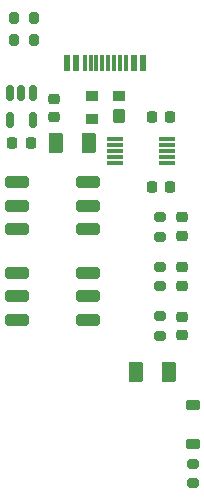
<source format=gtp>
%TF.GenerationSoftware,KiCad,Pcbnew,7.0.9*%
%TF.CreationDate,2023-12-31T00:29:42+09:00*%
%TF.ProjectId,CustomUPDIProgrammer,43757374-6f6d-4555-9044-4950726f6772,rev?*%
%TF.SameCoordinates,Original*%
%TF.FileFunction,Paste,Top*%
%TF.FilePolarity,Positive*%
%FSLAX46Y46*%
G04 Gerber Fmt 4.6, Leading zero omitted, Abs format (unit mm)*
G04 Created by KiCad (PCBNEW 7.0.9) date 2023-12-31 00:29:42*
%MOMM*%
%LPD*%
G01*
G04 APERTURE LIST*
G04 Aperture macros list*
%AMRoundRect*
0 Rectangle with rounded corners*
0 $1 Rounding radius*
0 $2 $3 $4 $5 $6 $7 $8 $9 X,Y pos of 4 corners*
0 Add a 4 corners polygon primitive as box body*
4,1,4,$2,$3,$4,$5,$6,$7,$8,$9,$2,$3,0*
0 Add four circle primitives for the rounded corners*
1,1,$1+$1,$2,$3*
1,1,$1+$1,$4,$5*
1,1,$1+$1,$6,$7*
1,1,$1+$1,$8,$9*
0 Add four rect primitives between the rounded corners*
20,1,$1+$1,$2,$3,$4,$5,0*
20,1,$1+$1,$4,$5,$6,$7,0*
20,1,$1+$1,$6,$7,$8,$9,0*
20,1,$1+$1,$8,$9,$2,$3,0*%
G04 Aperture macros list end*
%ADD10RoundRect,0.225000X0.225000X0.250000X-0.225000X0.250000X-0.225000X-0.250000X0.225000X-0.250000X0*%
%ADD11R,1.400000X0.300000*%
%ADD12RoundRect,0.200000X0.275000X-0.200000X0.275000X0.200000X-0.275000X0.200000X-0.275000X-0.200000X0*%
%ADD13RoundRect,0.218750X0.256250X-0.218750X0.256250X0.218750X-0.256250X0.218750X-0.256250X-0.218750X0*%
%ADD14RoundRect,0.225000X0.250000X-0.225000X0.250000X0.225000X-0.250000X0.225000X-0.250000X-0.225000X0*%
%ADD15R,0.600000X1.450000*%
%ADD16R,0.300000X1.450000*%
%ADD17RoundRect,0.200000X-0.200000X-0.275000X0.200000X-0.275000X0.200000X0.275000X-0.200000X0.275000X0*%
%ADD18RoundRect,0.150000X-0.150000X0.512500X-0.150000X-0.512500X0.150000X-0.512500X0.150000X0.512500X0*%
%ADD19RoundRect,0.200000X-0.275000X0.200000X-0.275000X-0.200000X0.275000X-0.200000X0.275000X0.200000X0*%
%ADD20RoundRect,0.150000X-0.850000X0.350000X-0.850000X-0.350000X0.850000X-0.350000X0.850000X0.350000X0*%
%ADD21RoundRect,0.150000X0.850000X-0.350000X0.850000X0.350000X-0.850000X0.350000X-0.850000X-0.350000X0*%
%ADD22RoundRect,0.100000X0.400000X-0.500000X0.400000X0.500000X-0.400000X0.500000X-0.400000X-0.500000X0*%
%ADD23RoundRect,0.100000X0.400000X-0.350000X0.400000X0.350000X-0.400000X0.350000X-0.400000X-0.350000X0*%
%ADD24RoundRect,0.225000X-0.375000X0.225000X-0.375000X-0.225000X0.375000X-0.225000X0.375000X0.225000X0*%
%ADD25RoundRect,0.250000X-0.375000X-0.625000X0.375000X-0.625000X0.375000X0.625000X-0.375000X0.625000X0*%
%ADD26RoundRect,0.250000X0.375000X0.625000X-0.375000X0.625000X-0.375000X-0.625000X0.375000X-0.625000X0*%
G04 APERTURE END LIST*
D10*
%TO.C,C2*%
X140475000Y-47300000D03*
X138925000Y-47300000D03*
%TD*%
D11*
%TO.C,U1*%
X135800000Y-49200000D03*
X135800000Y-49700000D03*
X135800000Y-50200000D03*
X135800000Y-50700000D03*
X135800000Y-51200000D03*
X140200000Y-51200000D03*
X140200000Y-50700000D03*
X140200000Y-50200000D03*
X140200000Y-49700000D03*
X140200000Y-49200000D03*
%TD*%
D12*
%TO.C,R4*%
X139600000Y-57425000D03*
X139600000Y-55775000D03*
%TD*%
D13*
%TO.C,D5*%
X141500000Y-65787500D03*
X141500000Y-64212500D03*
%TD*%
D14*
%TO.C,C3*%
X130700000Y-47325000D03*
X130700000Y-45775000D03*
%TD*%
D15*
%TO.C,USB1*%
X138225000Y-42695000D03*
X137450000Y-42695000D03*
D16*
X136750000Y-42695000D03*
X136250000Y-42695000D03*
X135750000Y-42695000D03*
X135250000Y-42695000D03*
X134750000Y-42695000D03*
X134250000Y-42695000D03*
X133750000Y-42695000D03*
X133250000Y-42695000D03*
D15*
X132550000Y-42695000D03*
X131775000Y-42695000D03*
%TD*%
D17*
%TO.C,R1*%
X127275000Y-40800000D03*
X128925000Y-40800000D03*
%TD*%
D18*
%TO.C,U2*%
X128850000Y-45262500D03*
X127900000Y-45262500D03*
X126950000Y-45262500D03*
X126950000Y-47537500D03*
X128850000Y-47537500D03*
%TD*%
D19*
%TO.C,R3*%
X142400000Y-76675000D03*
X142400000Y-78325000D03*
%TD*%
D12*
%TO.C,R6*%
X139600000Y-65825000D03*
X139600000Y-64175000D03*
%TD*%
D13*
%TO.C,D3*%
X141500000Y-57387500D03*
X141500000Y-55812500D03*
%TD*%
D20*
%TO.C,SW1*%
X133500000Y-52800000D03*
X133500000Y-54800000D03*
X133500000Y-56800000D03*
X127500000Y-52800000D03*
X127500000Y-54800000D03*
X127500000Y-56800000D03*
%TD*%
D10*
%TO.C,C1*%
X140475000Y-53200000D03*
X138925000Y-53200000D03*
%TD*%
D12*
%TO.C,R5*%
X139600000Y-61625000D03*
X139600000Y-59975000D03*
%TD*%
D13*
%TO.C,D4*%
X141500000Y-61587500D03*
X141500000Y-60012500D03*
%TD*%
D21*
%TO.C,SW2*%
X127500000Y-64500000D03*
X127500000Y-62500000D03*
X127500000Y-60500000D03*
X133500000Y-64500000D03*
X133500000Y-62500000D03*
X133500000Y-60500000D03*
%TD*%
D22*
%TO.C,D1*%
X136150000Y-47250000D03*
D23*
X136150000Y-45550000D03*
X133850000Y-45550000D03*
X133850000Y-47450000D03*
%TD*%
D10*
%TO.C,C4*%
X128675000Y-49500000D03*
X127125000Y-49500000D03*
%TD*%
D17*
%TO.C,R2*%
X127275000Y-38900000D03*
X128925000Y-38900000D03*
%TD*%
D24*
%TO.C,D2*%
X142400000Y-71650000D03*
X142400000Y-74950000D03*
%TD*%
D25*
%TO.C,F2*%
X137600000Y-68900000D03*
X140400000Y-68900000D03*
%TD*%
D26*
%TO.C,F1*%
X133600000Y-49500000D03*
X130800000Y-49500000D03*
%TD*%
M02*

</source>
